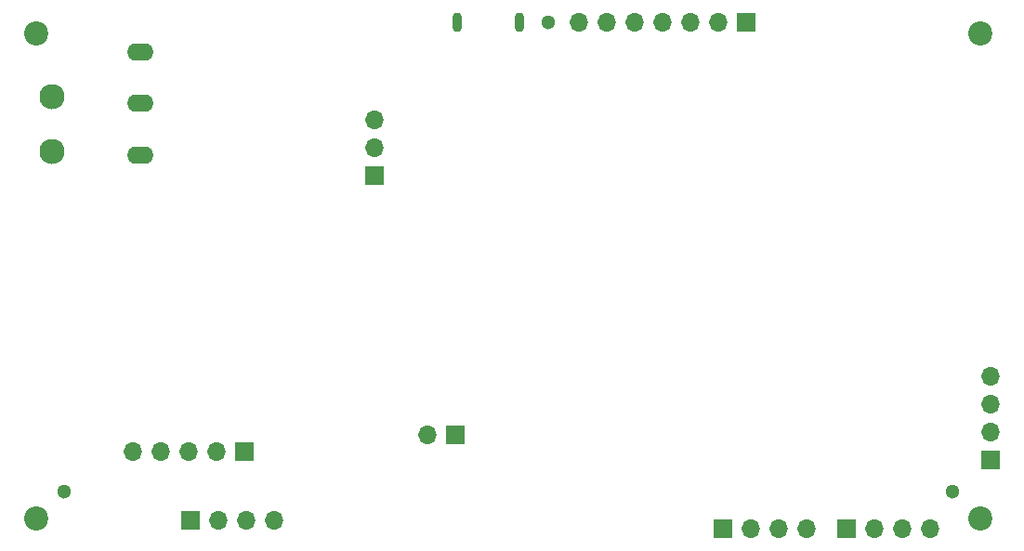
<source format=gbr>
%TF.GenerationSoftware,KiCad,Pcbnew,(6.0.0)*%
%TF.CreationDate,2023-11-18T00:08:50-03:00*%
%TF.ProjectId,LevelSensor_v2.0,4c657665-6c53-4656-9e73-6f725f76322e,rev?*%
%TF.SameCoordinates,Original*%
%TF.FileFunction,Soldermask,Bot*%
%TF.FilePolarity,Negative*%
%FSLAX46Y46*%
G04 Gerber Fmt 4.6, Leading zero omitted, Abs format (unit mm)*
G04 Created by KiCad (PCBNEW (6.0.0)) date 2023-11-18 00:08:50*
%MOMM*%
%LPD*%
G01*
G04 APERTURE LIST*
%ADD10C,1.300000*%
%ADD11C,2.200000*%
%ADD12C,2.300000*%
%ADD13R,1.700000X1.700000*%
%ADD14O,1.700000X1.700000*%
%ADD15O,0.900000X1.800000*%
%ADD16O,2.400000X1.600000*%
G04 APERTURE END LIST*
D10*
%TO.C,H7*%
X170789600Y-58674000D03*
%TD*%
%TO.C,H6*%
X207619600Y-101371400D03*
%TD*%
%TO.C,H5*%
X126669800Y-101371400D03*
%TD*%
D11*
%TO.C,H2*%
X210131660Y-59641740D03*
%TD*%
D12*
%TO.C,J2*%
X125603000Y-65405000D03*
X125603000Y-70405000D03*
%TD*%
D13*
%TO.C,J4*%
X186690000Y-104775000D03*
D14*
X189230000Y-104775000D03*
X191770000Y-104775000D03*
X194310000Y-104775000D03*
%TD*%
D13*
%TO.C,J13*%
X211074000Y-98552000D03*
D14*
X211074000Y-96012000D03*
X211074000Y-93472000D03*
X211074000Y-90932000D03*
%TD*%
D13*
%TO.C,J10*%
X138224260Y-103987600D03*
D14*
X140764260Y-103987600D03*
X143304260Y-103987600D03*
X145844260Y-103987600D03*
%TD*%
D15*
%TO.C,J3*%
X162503600Y-58677200D03*
X168153600Y-58677200D03*
%TD*%
D13*
%TO.C,J7*%
X154936000Y-72644000D03*
D14*
X154936000Y-70104000D03*
X154936000Y-67564000D03*
%TD*%
D16*
%TO.C,SW1*%
X133604000Y-61315600D03*
X133604000Y-66015600D03*
X133604000Y-70715600D03*
%TD*%
D11*
%TO.C,H4*%
X124155200Y-103883460D03*
%TD*%
%TO.C,H1*%
X124155200Y-59641740D03*
%TD*%
%TO.C,H3*%
X210131660Y-103883460D03*
%TD*%
D13*
%TO.C,J15*%
X143129000Y-97790000D03*
D14*
X140589000Y-97790000D03*
X138049000Y-97790000D03*
X135509000Y-97790000D03*
X132969000Y-97790000D03*
%TD*%
D13*
%TO.C,J1*%
X197993000Y-104775000D03*
D14*
X200533000Y-104775000D03*
X203073000Y-104775000D03*
X205613000Y-104775000D03*
%TD*%
D13*
%TO.C,J9*%
X188849000Y-58674000D03*
D14*
X186309000Y-58674000D03*
X183769000Y-58674000D03*
X181229000Y-58674000D03*
X178689000Y-58674000D03*
X176149000Y-58674000D03*
X173609000Y-58674000D03*
%TD*%
D13*
%TO.C,J11*%
X162311000Y-96266000D03*
D14*
X159771000Y-96266000D03*
%TD*%
M02*

</source>
